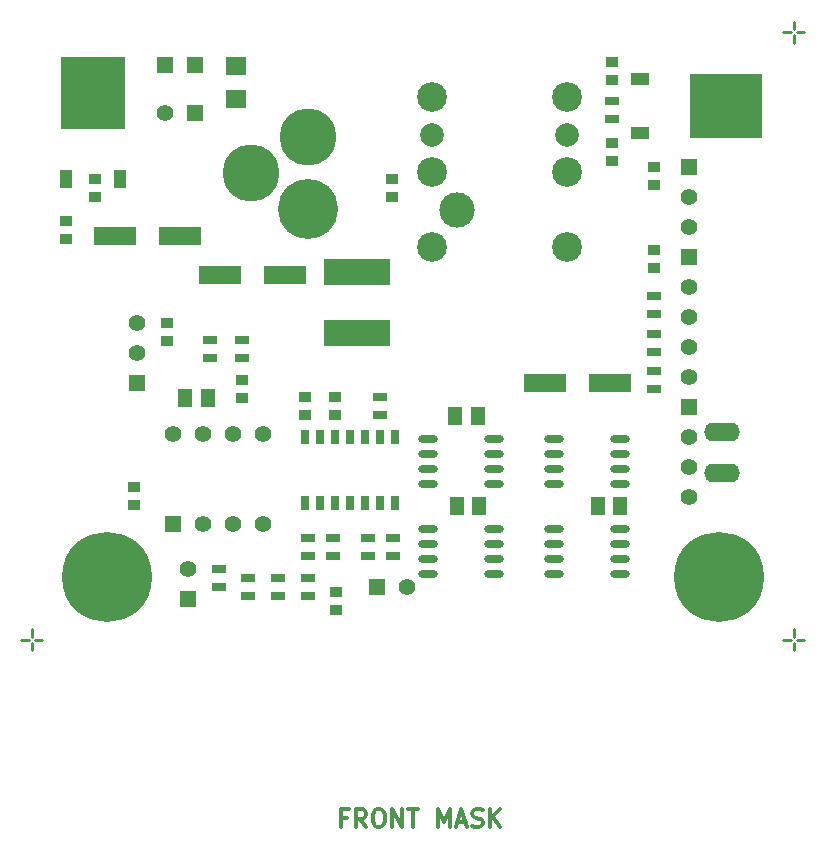
<source format=gts>
G04 (created by PCBNEW (2013-07-07 BZR 4022)-stable) date 2/14/2016 6:55:42 AM*
%MOIN*%
G04 Gerber Fmt 3.4, Leading zero omitted, Abs format*
%FSLAX34Y34*%
G01*
G70*
G90*
G04 APERTURE LIST*
%ADD10C,0.00590551*%
%ADD11C,0.01*%
%ADD12C,0.011811*%
%ADD13O,0.065X0.025*%
%ADD14R,0.025X0.05*%
%ADD15R,0.045X0.025*%
%ADD16R,0.055X0.055*%
%ADD17C,0.055*%
%ADD18O,0.12X0.062*%
%ADD19O,0.12X0.063*%
%ADD20R,0.221X0.091*%
%ADD21C,0.19*%
%ADD22C,0.2*%
%ADD23C,0.099*%
%ADD24C,0.079*%
%ADD25C,0.118*%
%ADD26C,0.3*%
%ADD27R,0.141701X0.063*%
%ADD28R,0.0394016X0.0354016*%
%ADD29R,0.0629016X0.0392992*%
%ADD30R,0.244X0.2125*%
%ADD31R,0.0512X0.059*%
%ADD32R,0.0392992X0.0629016*%
%ADD33R,0.2125X0.244*%
%ADD34R,0.071X0.063*%
G04 APERTURE END LIST*
G54D10*
G54D11*
X24600Y-32850D02*
X24600Y-33100D01*
X24500Y-32750D02*
X24250Y-32750D01*
X24600Y-32650D02*
X24600Y-32400D01*
X24700Y-32750D02*
X24950Y-32750D01*
X50000Y-32650D02*
X50000Y-32400D01*
X49900Y-32750D02*
X49650Y-32750D01*
X50000Y-32850D02*
X50000Y-33100D01*
X50100Y-32750D02*
X50350Y-32750D01*
X50000Y-12600D02*
X50000Y-12850D01*
X49900Y-12500D02*
X49650Y-12500D01*
X50000Y-12400D02*
X50000Y-12150D01*
X50100Y-12500D02*
X50350Y-12500D01*
G54D12*
X35103Y-38679D02*
X34906Y-38679D01*
X34906Y-38989D02*
X34906Y-38398D01*
X35187Y-38398D01*
X35750Y-38989D02*
X35553Y-38707D01*
X35412Y-38989D02*
X35412Y-38398D01*
X35637Y-38398D01*
X35693Y-38426D01*
X35722Y-38454D01*
X35750Y-38510D01*
X35750Y-38595D01*
X35722Y-38651D01*
X35693Y-38679D01*
X35637Y-38707D01*
X35412Y-38707D01*
X36115Y-38398D02*
X36228Y-38398D01*
X36284Y-38426D01*
X36340Y-38482D01*
X36368Y-38595D01*
X36368Y-38792D01*
X36340Y-38904D01*
X36284Y-38960D01*
X36228Y-38989D01*
X36115Y-38989D01*
X36059Y-38960D01*
X36003Y-38904D01*
X35975Y-38792D01*
X35975Y-38595D01*
X36003Y-38482D01*
X36059Y-38426D01*
X36115Y-38398D01*
X36621Y-38989D02*
X36621Y-38398D01*
X36959Y-38989D01*
X36959Y-38398D01*
X37156Y-38398D02*
X37493Y-38398D01*
X37325Y-38989D02*
X37325Y-38398D01*
X38140Y-38989D02*
X38140Y-38398D01*
X38337Y-38820D01*
X38534Y-38398D01*
X38534Y-38989D01*
X38787Y-38820D02*
X39068Y-38820D01*
X38731Y-38989D02*
X38927Y-38398D01*
X39124Y-38989D01*
X39293Y-38960D02*
X39377Y-38989D01*
X39518Y-38989D01*
X39574Y-38960D01*
X39602Y-38932D01*
X39630Y-38876D01*
X39630Y-38820D01*
X39602Y-38764D01*
X39574Y-38735D01*
X39518Y-38707D01*
X39406Y-38679D01*
X39349Y-38651D01*
X39321Y-38623D01*
X39293Y-38567D01*
X39293Y-38510D01*
X39321Y-38454D01*
X39349Y-38426D01*
X39406Y-38398D01*
X39546Y-38398D01*
X39630Y-38426D01*
X39884Y-38989D02*
X39884Y-38398D01*
X40221Y-38989D02*
X39968Y-38651D01*
X40221Y-38398D02*
X39884Y-38735D01*
G54D13*
X37800Y-26050D03*
X37800Y-26550D03*
X37800Y-27050D03*
X37800Y-27550D03*
X40000Y-27550D03*
X40000Y-27050D03*
X40000Y-26550D03*
X40000Y-26050D03*
X37800Y-29050D03*
X37800Y-29550D03*
X37800Y-30050D03*
X37800Y-30550D03*
X40000Y-30550D03*
X40000Y-30050D03*
X40000Y-29550D03*
X40000Y-29050D03*
G54D14*
X33700Y-28200D03*
X34200Y-28200D03*
X34700Y-28200D03*
X35200Y-28200D03*
X35700Y-28200D03*
X36200Y-28200D03*
X36700Y-28200D03*
X36700Y-26000D03*
X36200Y-26000D03*
X35700Y-26000D03*
X35200Y-26000D03*
X34700Y-26000D03*
X34200Y-26000D03*
X33700Y-26000D03*
G54D15*
X36200Y-25250D03*
X36200Y-24650D03*
X30550Y-23350D03*
X30550Y-22750D03*
G54D16*
X29800Y-31400D03*
G54D17*
X29800Y-30400D03*
G54D18*
X47600Y-27188D03*
G54D19*
X47600Y-25811D03*
G54D20*
X35430Y-22514D03*
X35430Y-20486D03*
G54D21*
X31900Y-17200D03*
X33800Y-16000D03*
G54D22*
X33800Y-18400D03*
G54D23*
X37950Y-19670D03*
X37950Y-17170D03*
X37950Y-14670D03*
X42450Y-19670D03*
X42450Y-17170D03*
X42450Y-14670D03*
G54D24*
X37950Y-15930D03*
X42450Y-15930D03*
G54D25*
X38790Y-18430D03*
G54D26*
X27100Y-30650D03*
X47500Y-30650D03*
G54D16*
X29300Y-28900D03*
G54D17*
X30300Y-28900D03*
X31300Y-28900D03*
X32300Y-28900D03*
X32300Y-25900D03*
X31300Y-25900D03*
X30300Y-25900D03*
X29300Y-25900D03*
G54D27*
X41717Y-24200D03*
X43882Y-24200D03*
X33032Y-20600D03*
X30867Y-20600D03*
X27367Y-19300D03*
X29532Y-19300D03*
G54D28*
X33700Y-25245D03*
X33700Y-24654D03*
X25750Y-18804D03*
X25750Y-19395D03*
X29100Y-22795D03*
X29100Y-22204D03*
X43950Y-14095D03*
X43950Y-13504D03*
X28000Y-28245D03*
X28000Y-27654D03*
X43950Y-16204D03*
X43950Y-16795D03*
X26700Y-17404D03*
X26700Y-17995D03*
G54D29*
X44870Y-14062D03*
X44870Y-15857D03*
G54D30*
X47744Y-14960D03*
G54D16*
X28100Y-24200D03*
G54D17*
X28100Y-23200D03*
X28100Y-22200D03*
G54D16*
X46500Y-25000D03*
G54D17*
X46500Y-26000D03*
X46500Y-27000D03*
X46500Y-28000D03*
G54D16*
X46500Y-17000D03*
G54D17*
X46500Y-18000D03*
X46500Y-19000D03*
G54D15*
X43950Y-14800D03*
X43950Y-15400D03*
G54D31*
X29725Y-24700D03*
X30475Y-24700D03*
X43475Y-28300D03*
X44225Y-28300D03*
X38775Y-28300D03*
X39525Y-28300D03*
X38725Y-25300D03*
X39475Y-25300D03*
G54D15*
X33800Y-29350D03*
X33800Y-29950D03*
X45350Y-24400D03*
X45350Y-23800D03*
X36650Y-29350D03*
X36650Y-29950D03*
X45350Y-21900D03*
X45350Y-21300D03*
X35800Y-29350D03*
X35800Y-29950D03*
X45350Y-23150D03*
X45350Y-22550D03*
X33800Y-31300D03*
X33800Y-30700D03*
X31800Y-31300D03*
X31800Y-30700D03*
X32800Y-31300D03*
X32800Y-30700D03*
G54D16*
X36100Y-31000D03*
G54D17*
X37100Y-31000D03*
G54D28*
X34700Y-25245D03*
X34700Y-24654D03*
X45350Y-20345D03*
X45350Y-19754D03*
X36600Y-17995D03*
X36600Y-17404D03*
X31600Y-24695D03*
X31600Y-24104D03*
G54D15*
X34650Y-29350D03*
X34650Y-29950D03*
G54D16*
X46500Y-20000D03*
G54D17*
X46500Y-21000D03*
X46500Y-22000D03*
X46500Y-23000D03*
X46500Y-24000D03*
G54D32*
X25752Y-17389D03*
X27547Y-17389D03*
G54D33*
X26650Y-14515D03*
G54D13*
X42000Y-26050D03*
X42000Y-26550D03*
X42000Y-27050D03*
X42000Y-27550D03*
X44200Y-27550D03*
X44200Y-27050D03*
X44200Y-26550D03*
X44200Y-26050D03*
X42000Y-29050D03*
X42000Y-29550D03*
X42000Y-30050D03*
X42000Y-30550D03*
X44200Y-30550D03*
X44200Y-30050D03*
X44200Y-29550D03*
X44200Y-29050D03*
G54D28*
X45350Y-17595D03*
X45350Y-17004D03*
X34750Y-31745D03*
X34750Y-31154D03*
G54D16*
X30050Y-15175D03*
G54D17*
X29050Y-15175D03*
G54D16*
X29050Y-13575D03*
X30050Y-13575D03*
G54D15*
X31600Y-22750D03*
X31600Y-23350D03*
X30850Y-30400D03*
X30850Y-31000D03*
G54D34*
X31400Y-13625D03*
X31400Y-14725D03*
M02*

</source>
